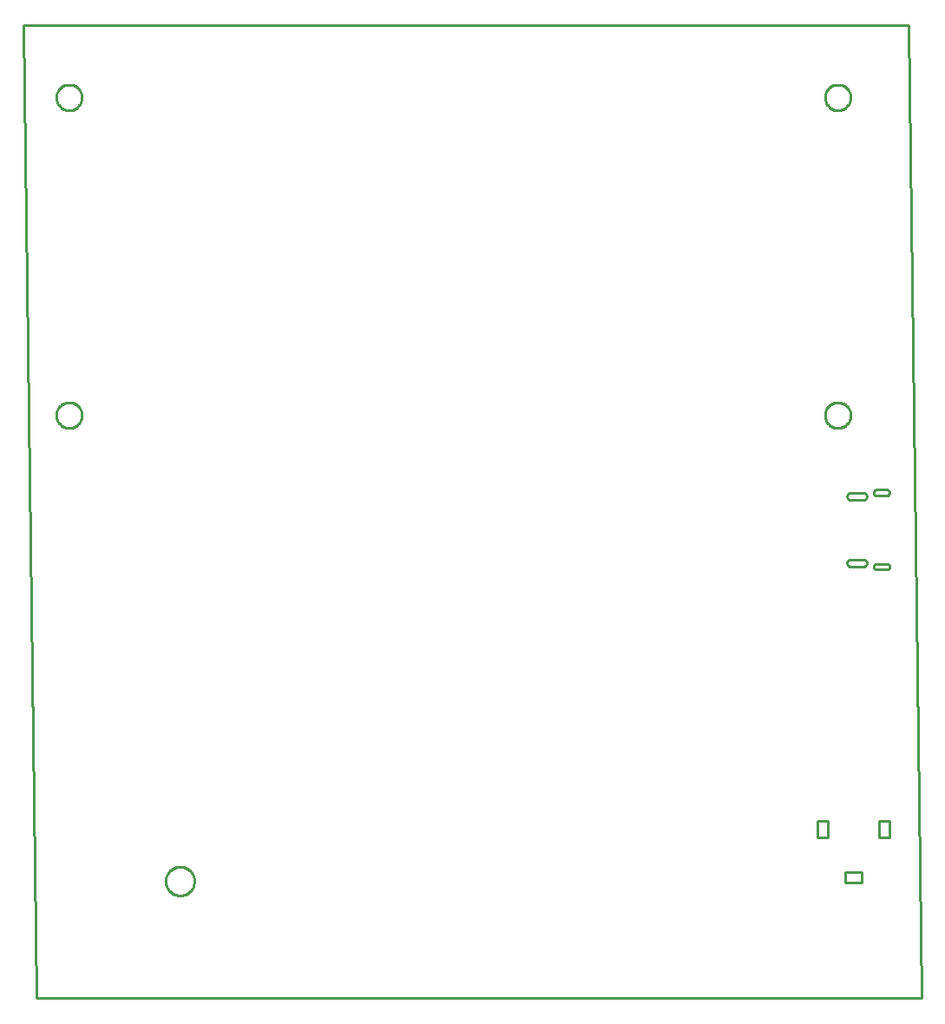
<source format=gbr>
G04 EAGLE Gerber RS-274X export*
G75*
%MOMM*%
%FSLAX34Y34*%
%LPD*%
%IN*%
%IPPOS*%
%AMOC8*
5,1,8,0,0,1.08239X$1,22.5*%
G01*
%ADD10C,0.254000*%


D10*
X25400Y809500D02*
X38100Y-139700D01*
X901500Y-139700D01*
X888800Y809500D01*
X25400Y809500D01*
X827100Y-26600D02*
X843100Y-26600D01*
X843100Y-16600D01*
X827100Y-16600D01*
X827100Y-26600D01*
X800100Y17400D02*
X810100Y17400D01*
X810100Y33400D01*
X800100Y33400D01*
X800100Y17400D01*
X860100Y17400D02*
X870100Y17400D01*
X870100Y33400D01*
X860100Y33400D01*
X860100Y17400D01*
X854400Y353650D02*
X854411Y353406D01*
X854443Y353164D01*
X854495Y352925D01*
X854569Y352692D01*
X854662Y352467D01*
X854775Y352250D01*
X854906Y352044D01*
X855055Y351850D01*
X855220Y351670D01*
X855400Y351505D01*
X855594Y351356D01*
X855800Y351225D01*
X856017Y351112D01*
X856242Y351019D01*
X856475Y350945D01*
X856714Y350893D01*
X856956Y350861D01*
X857200Y350850D01*
X867200Y350850D01*
X867444Y350861D01*
X867686Y350893D01*
X867925Y350945D01*
X868158Y351019D01*
X868383Y351112D01*
X868600Y351225D01*
X868806Y351356D01*
X869000Y351505D01*
X869180Y351670D01*
X869345Y351850D01*
X869494Y352044D01*
X869625Y352250D01*
X869738Y352467D01*
X869831Y352692D01*
X869905Y352925D01*
X869957Y353164D01*
X869989Y353406D01*
X870000Y353650D01*
X869989Y353894D01*
X869957Y354136D01*
X869905Y354375D01*
X869831Y354608D01*
X869738Y354833D01*
X869625Y355050D01*
X869494Y355256D01*
X869345Y355450D01*
X869180Y355630D01*
X869000Y355795D01*
X868806Y355944D01*
X868600Y356075D01*
X868383Y356188D01*
X868158Y356281D01*
X867925Y356355D01*
X867686Y356407D01*
X867444Y356439D01*
X867200Y356450D01*
X857200Y356450D01*
X856956Y356439D01*
X856714Y356407D01*
X856475Y356355D01*
X856242Y356281D01*
X856017Y356188D01*
X855800Y356075D01*
X855594Y355944D01*
X855400Y355795D01*
X855220Y355630D01*
X855055Y355450D01*
X854906Y355256D01*
X854775Y355050D01*
X854662Y354833D01*
X854569Y354608D01*
X854495Y354375D01*
X854443Y354136D01*
X854411Y353894D01*
X854400Y353650D01*
X854400Y281350D02*
X854411Y281106D01*
X854443Y280864D01*
X854495Y280625D01*
X854569Y280392D01*
X854662Y280167D01*
X854775Y279950D01*
X854906Y279744D01*
X855055Y279550D01*
X855220Y279370D01*
X855400Y279205D01*
X855594Y279056D01*
X855800Y278925D01*
X856017Y278812D01*
X856242Y278719D01*
X856475Y278645D01*
X856714Y278593D01*
X856956Y278561D01*
X857200Y278550D01*
X867200Y278550D01*
X867444Y278561D01*
X867686Y278593D01*
X867925Y278645D01*
X868158Y278719D01*
X868383Y278812D01*
X868600Y278925D01*
X868806Y279056D01*
X869000Y279205D01*
X869180Y279370D01*
X869345Y279550D01*
X869494Y279744D01*
X869625Y279950D01*
X869738Y280167D01*
X869831Y280392D01*
X869905Y280625D01*
X869957Y280864D01*
X869989Y281106D01*
X870000Y281350D01*
X869989Y281594D01*
X869957Y281836D01*
X869905Y282075D01*
X869831Y282308D01*
X869738Y282533D01*
X869625Y282750D01*
X869494Y282956D01*
X869345Y283150D01*
X869180Y283330D01*
X869000Y283495D01*
X868806Y283644D01*
X868600Y283775D01*
X868383Y283888D01*
X868158Y283981D01*
X867925Y284055D01*
X867686Y284107D01*
X867444Y284139D01*
X867200Y284150D01*
X857200Y284150D01*
X856956Y284139D01*
X856714Y284107D01*
X856475Y284055D01*
X856242Y283981D01*
X856017Y283888D01*
X855800Y283775D01*
X855594Y283644D01*
X855400Y283495D01*
X855220Y283330D01*
X855055Y283150D01*
X854906Y282956D01*
X854775Y282750D01*
X854662Y282533D01*
X854569Y282308D01*
X854495Y282075D01*
X854443Y281836D01*
X854411Y281594D01*
X854400Y281350D01*
X828600Y350000D02*
X828618Y349691D01*
X828663Y349384D01*
X828734Y349083D01*
X828831Y348789D01*
X828954Y348504D01*
X829101Y348232D01*
X829271Y347973D01*
X829463Y347730D01*
X829675Y347504D01*
X829906Y347298D01*
X830155Y347113D01*
X830418Y346951D01*
X830695Y346811D01*
X830983Y346697D01*
X831280Y346608D01*
X831583Y346545D01*
X831890Y346509D01*
X832200Y346500D01*
X844200Y346500D01*
X844510Y346509D01*
X844817Y346545D01*
X845121Y346608D01*
X845417Y346697D01*
X845705Y346811D01*
X845982Y346951D01*
X846245Y347113D01*
X846494Y347298D01*
X846725Y347504D01*
X846937Y347730D01*
X847129Y347973D01*
X847299Y348232D01*
X847446Y348504D01*
X847569Y348789D01*
X847666Y349083D01*
X847737Y349384D01*
X847782Y349691D01*
X847800Y350000D01*
X847786Y350314D01*
X847745Y350625D01*
X847677Y350932D01*
X847583Y351231D01*
X847463Y351521D01*
X847318Y351800D01*
X847149Y352065D01*
X846958Y352314D01*
X846746Y352546D01*
X846514Y352758D01*
X846265Y352949D01*
X846000Y353118D01*
X845721Y353263D01*
X845431Y353383D01*
X845132Y353477D01*
X844825Y353545D01*
X844514Y353586D01*
X844200Y353600D01*
X832200Y353600D01*
X831886Y353586D01*
X831575Y353545D01*
X831268Y353477D01*
X830969Y353383D01*
X830679Y353263D01*
X830400Y353118D01*
X830135Y352949D01*
X829886Y352758D01*
X829654Y352546D01*
X829442Y352314D01*
X829251Y352065D01*
X829082Y351800D01*
X828937Y351521D01*
X828817Y351231D01*
X828723Y350932D01*
X828655Y350625D01*
X828614Y350314D01*
X828600Y350000D01*
X828600Y285000D02*
X828614Y284686D01*
X828655Y284375D01*
X828723Y284068D01*
X828817Y283769D01*
X828937Y283479D01*
X829082Y283200D01*
X829251Y282935D01*
X829442Y282686D01*
X829654Y282454D01*
X829886Y282242D01*
X830135Y282051D01*
X830400Y281882D01*
X830679Y281737D01*
X830969Y281617D01*
X831268Y281523D01*
X831575Y281455D01*
X831886Y281414D01*
X832200Y281400D01*
X844200Y281400D01*
X844514Y281414D01*
X844825Y281455D01*
X845132Y281523D01*
X845431Y281617D01*
X845721Y281737D01*
X846000Y281882D01*
X846265Y282051D01*
X846514Y282242D01*
X846746Y282454D01*
X846958Y282686D01*
X847149Y282935D01*
X847318Y283200D01*
X847463Y283479D01*
X847583Y283769D01*
X847677Y284068D01*
X847745Y284375D01*
X847786Y284686D01*
X847800Y285000D01*
X847782Y285309D01*
X847737Y285616D01*
X847666Y285917D01*
X847569Y286211D01*
X847446Y286496D01*
X847299Y286768D01*
X847129Y287027D01*
X846937Y287270D01*
X846725Y287496D01*
X846494Y287702D01*
X846245Y287887D01*
X845982Y288049D01*
X845705Y288189D01*
X845417Y288303D01*
X845121Y288392D01*
X844817Y288455D01*
X844510Y288491D01*
X844200Y288500D01*
X832200Y288500D01*
X831890Y288491D01*
X831583Y288455D01*
X831280Y288392D01*
X830983Y288303D01*
X830695Y288189D01*
X830418Y288049D01*
X830155Y287887D01*
X829906Y287702D01*
X829675Y287496D01*
X829463Y287270D01*
X829271Y287027D01*
X829101Y286768D01*
X828954Y286496D01*
X828831Y286211D01*
X828734Y285917D01*
X828663Y285616D01*
X828618Y285309D01*
X828600Y285000D01*
X191770Y-25899D02*
X191699Y-26894D01*
X191557Y-27882D01*
X191345Y-28857D01*
X191064Y-29815D01*
X190715Y-30750D01*
X190300Y-31657D01*
X189822Y-32533D01*
X189283Y-33373D01*
X188685Y-34171D01*
X188031Y-34925D01*
X187325Y-35631D01*
X186571Y-36285D01*
X185773Y-36883D01*
X184933Y-37422D01*
X184057Y-37900D01*
X183150Y-38315D01*
X182215Y-38664D01*
X181257Y-38945D01*
X180282Y-39157D01*
X179294Y-39299D01*
X178299Y-39370D01*
X177301Y-39370D01*
X176306Y-39299D01*
X175318Y-39157D01*
X174343Y-38945D01*
X173385Y-38664D01*
X172451Y-38315D01*
X171543Y-37900D01*
X170667Y-37422D01*
X169828Y-36883D01*
X169029Y-36285D01*
X168275Y-35631D01*
X167569Y-34925D01*
X166915Y-34171D01*
X166317Y-33373D01*
X165778Y-32533D01*
X165300Y-31657D01*
X164885Y-30750D01*
X164536Y-29815D01*
X164255Y-28857D01*
X164043Y-27882D01*
X163901Y-26894D01*
X163830Y-25899D01*
X163830Y-24901D01*
X163901Y-23906D01*
X164043Y-22918D01*
X164255Y-21943D01*
X164536Y-20985D01*
X164885Y-20051D01*
X165300Y-19143D01*
X165778Y-18267D01*
X166317Y-17428D01*
X166915Y-16629D01*
X167569Y-15875D01*
X168275Y-15169D01*
X169029Y-14515D01*
X169828Y-13917D01*
X170667Y-13378D01*
X171543Y-12900D01*
X172451Y-12485D01*
X173385Y-12136D01*
X174343Y-11855D01*
X175318Y-11643D01*
X176306Y-11501D01*
X177301Y-11430D01*
X178299Y-11430D01*
X179294Y-11501D01*
X180282Y-11643D01*
X181257Y-11855D01*
X182215Y-12136D01*
X183150Y-12485D01*
X184057Y-12900D01*
X184933Y-13378D01*
X185773Y-13917D01*
X186571Y-14515D01*
X187325Y-15169D01*
X188031Y-15875D01*
X188685Y-16629D01*
X189283Y-17428D01*
X189822Y-18267D01*
X190300Y-19143D01*
X190715Y-20051D01*
X191064Y-20985D01*
X191345Y-21943D01*
X191557Y-22918D01*
X191699Y-23906D01*
X191770Y-24901D01*
X191770Y-25899D01*
X82000Y428709D02*
X81923Y427730D01*
X81769Y426760D01*
X81540Y425804D01*
X81236Y424870D01*
X80861Y423963D01*
X80415Y423088D01*
X79901Y422250D01*
X79324Y421455D01*
X78686Y420708D01*
X77992Y420014D01*
X77245Y419376D01*
X76450Y418799D01*
X75612Y418285D01*
X74737Y417839D01*
X73830Y417464D01*
X72896Y417160D01*
X71941Y416931D01*
X70970Y416777D01*
X69991Y416700D01*
X69009Y416700D01*
X68030Y416777D01*
X67060Y416931D01*
X66104Y417160D01*
X65170Y417464D01*
X64263Y417839D01*
X63388Y418285D01*
X62550Y418799D01*
X61755Y419376D01*
X61008Y420014D01*
X60314Y420708D01*
X59676Y421455D01*
X59099Y422250D01*
X58585Y423088D01*
X58139Y423963D01*
X57764Y424870D01*
X57460Y425804D01*
X57231Y426760D01*
X57077Y427730D01*
X57000Y428709D01*
X57000Y429691D01*
X57077Y430670D01*
X57231Y431641D01*
X57460Y432596D01*
X57764Y433530D01*
X58139Y434437D01*
X58585Y435312D01*
X59099Y436150D01*
X59676Y436945D01*
X60314Y437692D01*
X61008Y438386D01*
X61755Y439024D01*
X62550Y439601D01*
X63388Y440115D01*
X64263Y440561D01*
X65170Y440936D01*
X66104Y441240D01*
X67060Y441469D01*
X68030Y441623D01*
X69009Y441700D01*
X69991Y441700D01*
X70970Y441623D01*
X71941Y441469D01*
X72896Y441240D01*
X73830Y440936D01*
X74737Y440561D01*
X75612Y440115D01*
X76450Y439601D01*
X77245Y439024D01*
X77992Y438386D01*
X78686Y437692D01*
X79324Y436945D01*
X79901Y436150D01*
X80415Y435312D01*
X80861Y434437D01*
X81236Y433530D01*
X81540Y432596D01*
X81769Y431641D01*
X81923Y430670D01*
X82000Y429691D01*
X82000Y428709D01*
X832000Y428709D02*
X831923Y427730D01*
X831769Y426760D01*
X831540Y425804D01*
X831236Y424870D01*
X830861Y423963D01*
X830415Y423088D01*
X829901Y422250D01*
X829324Y421455D01*
X828686Y420708D01*
X827992Y420014D01*
X827245Y419376D01*
X826450Y418799D01*
X825612Y418285D01*
X824737Y417839D01*
X823830Y417464D01*
X822896Y417160D01*
X821941Y416931D01*
X820970Y416777D01*
X819991Y416700D01*
X819009Y416700D01*
X818030Y416777D01*
X817060Y416931D01*
X816104Y417160D01*
X815170Y417464D01*
X814263Y417839D01*
X813388Y418285D01*
X812550Y418799D01*
X811755Y419376D01*
X811008Y420014D01*
X810314Y420708D01*
X809676Y421455D01*
X809099Y422250D01*
X808585Y423088D01*
X808139Y423963D01*
X807764Y424870D01*
X807460Y425804D01*
X807231Y426760D01*
X807077Y427730D01*
X807000Y428709D01*
X807000Y429691D01*
X807077Y430670D01*
X807231Y431641D01*
X807460Y432596D01*
X807764Y433530D01*
X808139Y434437D01*
X808585Y435312D01*
X809099Y436150D01*
X809676Y436945D01*
X810314Y437692D01*
X811008Y438386D01*
X811755Y439024D01*
X812550Y439601D01*
X813388Y440115D01*
X814263Y440561D01*
X815170Y440936D01*
X816104Y441240D01*
X817060Y441469D01*
X818030Y441623D01*
X819009Y441700D01*
X819991Y441700D01*
X820970Y441623D01*
X821941Y441469D01*
X822896Y441240D01*
X823830Y440936D01*
X824737Y440561D01*
X825612Y440115D01*
X826450Y439601D01*
X827245Y439024D01*
X827992Y438386D01*
X828686Y437692D01*
X829324Y436945D01*
X829901Y436150D01*
X830415Y435312D01*
X830861Y434437D01*
X831236Y433530D01*
X831540Y432596D01*
X831769Y431641D01*
X831923Y430670D01*
X832000Y429691D01*
X832000Y428709D01*
X82000Y738709D02*
X81923Y737730D01*
X81769Y736760D01*
X81540Y735804D01*
X81236Y734870D01*
X80861Y733963D01*
X80415Y733088D01*
X79901Y732250D01*
X79324Y731455D01*
X78686Y730708D01*
X77992Y730014D01*
X77245Y729376D01*
X76450Y728799D01*
X75612Y728285D01*
X74737Y727839D01*
X73830Y727464D01*
X72896Y727160D01*
X71941Y726931D01*
X70970Y726777D01*
X69991Y726700D01*
X69009Y726700D01*
X68030Y726777D01*
X67060Y726931D01*
X66104Y727160D01*
X65170Y727464D01*
X64263Y727839D01*
X63388Y728285D01*
X62550Y728799D01*
X61755Y729376D01*
X61008Y730014D01*
X60314Y730708D01*
X59676Y731455D01*
X59099Y732250D01*
X58585Y733088D01*
X58139Y733963D01*
X57764Y734870D01*
X57460Y735804D01*
X57231Y736760D01*
X57077Y737730D01*
X57000Y738709D01*
X57000Y739691D01*
X57077Y740670D01*
X57231Y741641D01*
X57460Y742596D01*
X57764Y743530D01*
X58139Y744437D01*
X58585Y745312D01*
X59099Y746150D01*
X59676Y746945D01*
X60314Y747692D01*
X61008Y748386D01*
X61755Y749024D01*
X62550Y749601D01*
X63388Y750115D01*
X64263Y750561D01*
X65170Y750936D01*
X66104Y751240D01*
X67060Y751469D01*
X68030Y751623D01*
X69009Y751700D01*
X69991Y751700D01*
X70970Y751623D01*
X71941Y751469D01*
X72896Y751240D01*
X73830Y750936D01*
X74737Y750561D01*
X75612Y750115D01*
X76450Y749601D01*
X77245Y749024D01*
X77992Y748386D01*
X78686Y747692D01*
X79324Y746945D01*
X79901Y746150D01*
X80415Y745312D01*
X80861Y744437D01*
X81236Y743530D01*
X81540Y742596D01*
X81769Y741641D01*
X81923Y740670D01*
X82000Y739691D01*
X82000Y738709D01*
X832000Y738709D02*
X831923Y737730D01*
X831769Y736760D01*
X831540Y735804D01*
X831236Y734870D01*
X830861Y733963D01*
X830415Y733088D01*
X829901Y732250D01*
X829324Y731455D01*
X828686Y730708D01*
X827992Y730014D01*
X827245Y729376D01*
X826450Y728799D01*
X825612Y728285D01*
X824737Y727839D01*
X823830Y727464D01*
X822896Y727160D01*
X821941Y726931D01*
X820970Y726777D01*
X819991Y726700D01*
X819009Y726700D01*
X818030Y726777D01*
X817060Y726931D01*
X816104Y727160D01*
X815170Y727464D01*
X814263Y727839D01*
X813388Y728285D01*
X812550Y728799D01*
X811755Y729376D01*
X811008Y730014D01*
X810314Y730708D01*
X809676Y731455D01*
X809099Y732250D01*
X808585Y733088D01*
X808139Y733963D01*
X807764Y734870D01*
X807460Y735804D01*
X807231Y736760D01*
X807077Y737730D01*
X807000Y738709D01*
X807000Y739691D01*
X807077Y740670D01*
X807231Y741641D01*
X807460Y742596D01*
X807764Y743530D01*
X808139Y744437D01*
X808585Y745312D01*
X809099Y746150D01*
X809676Y746945D01*
X810314Y747692D01*
X811008Y748386D01*
X811755Y749024D01*
X812550Y749601D01*
X813388Y750115D01*
X814263Y750561D01*
X815170Y750936D01*
X816104Y751240D01*
X817060Y751469D01*
X818030Y751623D01*
X819009Y751700D01*
X819991Y751700D01*
X820970Y751623D01*
X821941Y751469D01*
X822896Y751240D01*
X823830Y750936D01*
X824737Y750561D01*
X825612Y750115D01*
X826450Y749601D01*
X827245Y749024D01*
X827992Y748386D01*
X828686Y747692D01*
X829324Y746945D01*
X829901Y746150D01*
X830415Y745312D01*
X830861Y744437D01*
X831236Y743530D01*
X831540Y742596D01*
X831769Y741641D01*
X831923Y740670D01*
X832000Y739691D01*
X832000Y738709D01*
M02*

</source>
